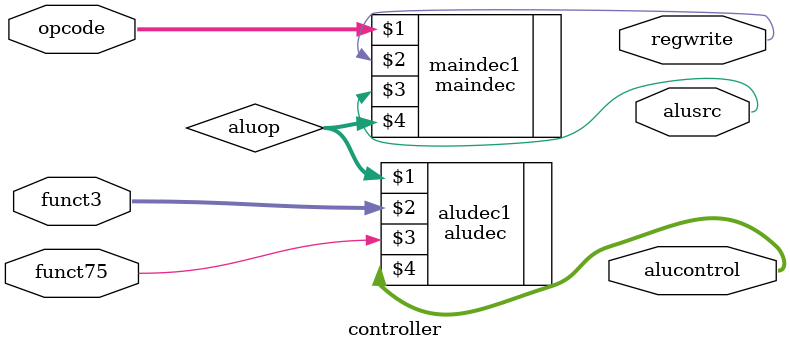
<source format=sv>
module controller(input wire [6:0] opcode,
						input wire [14:12] funct3,
						input wire funct75,
						output wire [3:0] alucontrol,
						output wire regwrite,alusrc);
						
	wire [1:0] aluop;

	aludec aludec1(aluop,funct3,funct75,alucontrol);
	maindec maindec1(opcode,regwrite,alusrc,aluop);
endmodule
</source>
